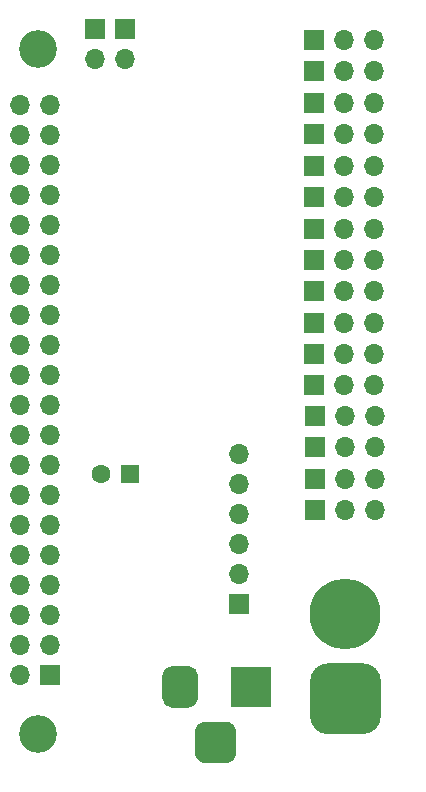
<source format=gbs>
%TF.GenerationSoftware,KiCad,Pcbnew,(5.1.6)-1*%
%TF.CreationDate,2020-06-14T06:25:32-07:00*%
%TF.ProjectId,pcb,7063622e-6b69-4636-9164-5f7063625858,rev?*%
%TF.SameCoordinates,Original*%
%TF.FileFunction,Soldermask,Bot*%
%TF.FilePolarity,Negative*%
%FSLAX46Y46*%
G04 Gerber Fmt 4.6, Leading zero omitted, Abs format (unit mm)*
G04 Created by KiCad (PCBNEW (5.1.6)-1) date 2020-06-14 06:25:32*
%MOMM*%
%LPD*%
G01*
G04 APERTURE LIST*
%ADD10R,1.700000X1.700000*%
%ADD11O,1.700000X1.700000*%
%ADD12R,3.500000X3.500000*%
%ADD13C,3.200000*%
%ADD14R,1.600000X1.600000*%
%ADD15C,1.600000*%
%ADD16C,6.000000*%
G04 APERTURE END LIST*
D10*
%TO.C,pi1*%
X105000000Y-125000000D03*
D11*
X102460000Y-125000000D03*
X105000000Y-122460000D03*
X102460000Y-122460000D03*
X105000000Y-119920000D03*
X102460000Y-119920000D03*
X105000000Y-117380000D03*
X102460000Y-117380000D03*
X105000000Y-114840000D03*
X102460000Y-114840000D03*
X105000000Y-112300000D03*
X102460000Y-112300000D03*
X105000000Y-109760000D03*
X102460000Y-109760000D03*
X105000000Y-107220000D03*
X102460000Y-107220000D03*
X105000000Y-104680000D03*
X102460000Y-104680000D03*
X105000000Y-102140000D03*
X102460000Y-102140000D03*
X105000000Y-99600000D03*
X102460000Y-99600000D03*
X105000000Y-97060000D03*
X102460000Y-97060000D03*
X105000000Y-94520000D03*
X102460000Y-94520000D03*
X105000000Y-91980000D03*
X102460000Y-91980000D03*
X105000000Y-89440000D03*
X102460000Y-89440000D03*
X105000000Y-86900000D03*
X102460000Y-86900000D03*
X105000000Y-84360000D03*
X102460000Y-84360000D03*
X105000000Y-81820000D03*
X102460000Y-81820000D03*
X105000000Y-79280000D03*
X102460000Y-79280000D03*
X105000000Y-76740000D03*
X102460000Y-76740000D03*
%TD*%
D10*
%TO.C,J3*%
X127381000Y-103075740D03*
D11*
X129921000Y-103075740D03*
X132461000Y-103075740D03*
%TD*%
D10*
%TO.C,J0*%
X127393700Y-111028480D03*
D11*
X129933700Y-111028480D03*
X132473700Y-111028480D03*
%TD*%
D10*
%TO.C,J15*%
X127345440Y-71198740D03*
D11*
X129885440Y-71198740D03*
X132425440Y-71198740D03*
%TD*%
D10*
%TO.C,J14*%
X127345440Y-73873360D03*
D11*
X129885440Y-73873360D03*
X132425440Y-73873360D03*
%TD*%
D10*
%TO.C,J13*%
X127345440Y-76540360D03*
D11*
X129885440Y-76540360D03*
X132425440Y-76540360D03*
%TD*%
D10*
%TO.C,J12*%
X127345440Y-79220060D03*
D11*
X129885440Y-79220060D03*
X132425440Y-79220060D03*
%TD*%
%TO.C,J17*%
G36*
G01*
X117250000Y-131575000D02*
X117250000Y-129825000D01*
G75*
G02*
X118125000Y-128950000I875000J0D01*
G01*
X119875000Y-128950000D01*
G75*
G02*
X120750000Y-129825000I0J-875000D01*
G01*
X120750000Y-131575000D01*
G75*
G02*
X119875000Y-132450000I-875000J0D01*
G01*
X118125000Y-132450000D01*
G75*
G02*
X117250000Y-131575000I0J875000D01*
G01*
G37*
G36*
G01*
X114500000Y-127000000D02*
X114500000Y-125000000D01*
G75*
G02*
X115250000Y-124250000I750000J0D01*
G01*
X116750000Y-124250000D01*
G75*
G02*
X117500000Y-125000000I0J-750000D01*
G01*
X117500000Y-127000000D01*
G75*
G02*
X116750000Y-127750000I-750000J0D01*
G01*
X115250000Y-127750000D01*
G75*
G02*
X114500000Y-127000000I0J750000D01*
G01*
G37*
D12*
X122000000Y-126000000D03*
%TD*%
D13*
%TO.C,M3_bottom*%
X104000000Y-130000000D03*
%TD*%
%TO.C,M3_top*%
X104000000Y-72000000D03*
%TD*%
D14*
%TO.C,C1*%
X111760000Y-107950000D03*
D15*
X109260000Y-107950000D03*
%TD*%
D11*
%TO.C,J1*%
X132473700Y-108381800D03*
X129933700Y-108381800D03*
D10*
X127393700Y-108381800D03*
%TD*%
D11*
%TO.C,J2*%
X132461000Y-105722420D03*
X129921000Y-105722420D03*
D10*
X127381000Y-105722420D03*
%TD*%
%TO.C,J4*%
X127370840Y-100451920D03*
D11*
X129910840Y-100451920D03*
X132450840Y-100451920D03*
%TD*%
%TO.C,J5*%
X132450840Y-97792540D03*
X129910840Y-97792540D03*
D10*
X127370840Y-97792540D03*
%TD*%
D11*
%TO.C,J6*%
X132450840Y-95148400D03*
X129910840Y-95148400D03*
D10*
X127370840Y-95148400D03*
%TD*%
D11*
%TO.C,J7*%
X132440680Y-92489020D03*
X129900680Y-92489020D03*
D10*
X127360680Y-92489020D03*
%TD*%
%TO.C,J8*%
X127360680Y-89842340D03*
D11*
X129900680Y-89842340D03*
X132440680Y-89842340D03*
%TD*%
D10*
%TO.C,J9*%
X127360680Y-87195660D03*
D11*
X129900680Y-87195660D03*
X132440680Y-87195660D03*
%TD*%
D10*
%TO.C,J10*%
X127370840Y-84548980D03*
D11*
X129910840Y-84548980D03*
X132450840Y-84548980D03*
%TD*%
%TO.C,J11*%
X132427980Y-81904840D03*
X129887980Y-81904840D03*
D10*
X127347980Y-81904840D03*
%TD*%
D16*
%TO.C,J20*%
X130000000Y-119800000D03*
G36*
G01*
X131500000Y-130000000D02*
X128500000Y-130000000D01*
G75*
G02*
X127000000Y-128500000I0J1500000D01*
G01*
X127000000Y-125500000D01*
G75*
G02*
X128500000Y-124000000I1500000J0D01*
G01*
X131500000Y-124000000D01*
G75*
G02*
X133000000Y-125500000I0J-1500000D01*
G01*
X133000000Y-128500000D01*
G75*
G02*
X131500000Y-130000000I-1500000J0D01*
G01*
G37*
%TD*%
D10*
%TO.C,J16*%
X121000000Y-119000000D03*
D11*
X121000000Y-116460000D03*
X121000000Y-113920000D03*
X121000000Y-111380000D03*
X121000000Y-108840000D03*
X121000000Y-106300000D03*
%TD*%
D10*
%TO.C,J_POE0*%
X111300000Y-70310000D03*
D11*
X111300000Y-72850000D03*
%TD*%
%TO.C,J_POE2*%
X108760000Y-72850000D03*
D10*
X108760000Y-70310000D03*
%TD*%
M02*

</source>
